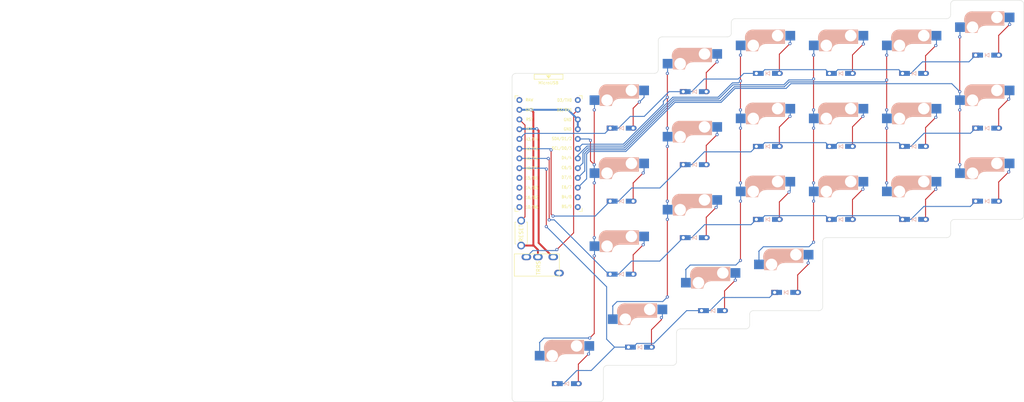
<source format=kicad_pcb>
(kicad_pcb (version 20221018) (generator pcbnew)
  (layers (0 "F.Cu" signal) (31 "B.Cu" signal) (34 "B.Paste" user) (35 "F.Paste" user) (36 "B.SilkS" user "B.Silkscreen") (37 "F.SilkS" user "F.Silkscreen") (38 "B.Mask" user) (39 "F.Mask" user) (44 "Edge.Cuts" user))
  (net 0 "")
  (net 1 "ROW1")
  (net 2 "Net-(D23-A)")
  (net 3 "Net-(D24-A)")
  (net 4 "Net-(D25-A)")
  (net 5 "Net-(D26-A)")
  (net 6 "Net-(D27-A)")
  (net 7 "Net-(D28-A)")
  (net 8 "ROW2")
  (net 9 "Net-(D29-A)")
  (net 10 "Net-(D30-A)")
  (net 11 "Net-(D31-A)")
  (net 12 "Net-(D32-A)")
  (net 13 "Net-(D33-A)")
  (net 14 "Net-(D34-A)")
  (net 15 "ROW3")
  (net 16 "Net-(D35-A)")
  (net 17 "Net-(D36-A)")
  (net 18 "Net-(D37-A)")
  (net 19 "Net-(D38-A)")
  (net 20 "Net-(D39-A)")
  (net 21 "Net-(D40-A)")
  (net 22 "ROW4")
  (net 23 "Net-(D41-A)")
  (net 24 "Net-(D42-A)")
  (net 25 "Net-(D43-A)")
  (net 26 "Net-(D44-A)")
  (net 27 "DATA")
  (net 28 "GND")
  (net 29 "VCC")
  (net 31 "RESET")
  (net 32 "COL1")
  (net 33 "COL2")
  (net 34 "COL3")
  (net 35 "COL4")
  (net 36 "COL5")
  (net 37 "COL6")
  (footprint "kbd:CherryMX_Hotswap" (layer "F.Cu") (at 271.4625 30.95625)
    (fp_text reference "SW28" hide)
    (fp_text value "SW_PUSH" hide)
  )
  (footprint "kbd:CherryMX_Hotswap" (layer "F.Cu") (at 195.2625 59.53125)
    (fp_text reference "SW30" hide)
    (fp_text value "SW_PUSH" hide)
  )
  (footprint "kbd:CherryMX_Hotswap" (layer "F.Cu") (at 271.4625 69.05625)
    (fp_text reference "SW40" hide)
    (fp_text value "SW_PUSH" hide)
  )
  (footprint "kbd:CherryMX_Hotswap" (layer "F.Cu") (at 200.025 97.63125)
    (fp_text reference "SW43" hide)
    (fp_text value "SW_PUSH" hide)
  )
  (footprint "kbd:ProMicro_v3" (layer "F.Cu") (at 157.1625 61.9125)
    (fp_text reference "U1" hide)
    (fp_text value "ProMicro" hide)
  )
  (footprint "kbd:CherryMX_Hotswap" (layer "F.Cu") (at 219.075 92.86875)
    (fp_text reference "SW44" hide)
    (fp_text value "SW_PUSH" hide)
  )
  (footprint "kbd:CherryMX_Hotswap" (layer "F.Cu") (at 252.4125 73.81875)
    (fp_text reference "SW39" hide)
    (fp_text value "SW_PUSH" hide)
  )
  (footprint "kbd:CherryMX_Hotswap" (layer "F.Cu") (at 161.925 116.68125)
    (fp_text reference "SW41" hide)
    (fp_text value "SW_PUSH" hide)
  )
  (footprint "kbd:CherryMX_Hotswap" (layer "F.Cu") (at 176.2125 50.00625)
    (fp_text reference "SW23" hide)
    (fp_text value "SW_PUSH" hide)
  )
  (footprint "kbd:CherryMX_Hotswap" (layer "F.Cu") (at 214.3125 35.71875)
    (fp_text reference "SW25" hide)
    (fp_text value "SW_PUSH" hide)
  )
  (footprint "kbd:CherryMX_Hotswap" (layer "F.Cu") (at 195.2625 78.58125)
    (fp_text reference "SW36" hide)
    (fp_text value "SW_PUSH" hide)
  )
  (footprint "kbd:CherryMX_Hotswap" (layer "F.Cu") (at 233.3625 54.76875)
    (fp_text reference "SW32" hide)
    (fp_text value "SW_PUSH" hide)
  )
  (footprint "kbd:ResetSW_1side" (layer "F.Cu") (at 150.01875 82.153125 90)
    (fp_text reference "RESW1" hide)
    (fp_text value "SW_RESET" hide)
  )
  (footprint "kbd:CherryMX_Hotswap" (layer "F.Cu") (at 233.3625 73.81875)
    (fp_text reference "SW38" hide)
    (fp_text value "SW_PUSH" hide)
  )
  (footprint "kbd:CherryMX_Hotswap" (layer "F.Cu") (at 252.4125 35.71875)
    (fp_text reference "SW27" hide)
    (fp_text value "SW_PUSH" hide)
  )
  (footprint "kbd:CherryMX_Hotswap" (layer "F.Cu") (at 180.975 107.15625)
    (fp_text reference "SW42" hide)
    (fp_text value "SW_PUSH" hide)
  )
  (footprint "kbd:CherryMX_Hotswap" (layer "F.Cu") (at 252.4125 54.76875)
    (fp_text reference "SW33" hide)
    (fp_text value "SW_PUSH" hide)
  )
  (footprint "kbd:MJ-4PP-9_1side" (layer "F.Cu") (at 148.075 90.4875 90)
    (fp_text reference "J1")
    (fp_text value "MJ-4PP-9" hide)
  )
  (footprint "kbd:CherryMX_Hotswap" (layer "F.Cu") (at 214.3125 54.76875)
    (fp_text reference "SW31" hide)
    (fp_text value "SW_PUSH" hide)
  )
  (footprint "kbd:CherryMX_Hotswap" (layer "F.Cu") (at 271.4625 50.00625)
    (fp_text reference "SW34" hide)
    (fp_text value "SW_PUSH" hide)
  )
  (footprint "kbd:CherryMX_Hotswap" (layer "F.Cu") (at 233.3625 35.71875)
    (fp_text reference "SW26" hide)
    (fp_text value "SW_PUSH" hide)
  )
  (footprint "kbd:CherryMX_Hotswap" (layer "F.Cu") (at 176.2125 88.10625)
    (fp_text reference "SW35" hide)
    (fp_text value "SW_PUSH" hide)
  )
  (footprint "kbd:CherryMX_Hotswap" (layer "F.Cu") (at 214.3125 73.81875)
    (fp_text reference "SW37" hide)
    (fp_text value "SW_PUSH" hide)
  )
  (footprint "kbd:CherryMX_Hotswap" (layer "F.Cu") (at 176.2125 69.05625)
    (fp_text reference "SW29" hide)
    (fp_text value "SW_PUSH" hide)
  )
  (footprint "kbd:CherryMX_Hotswap" (layer "F.Cu") (at 195.2625 40.48125)
    (fp_text reference "SW24" hide)
    (fp_text value "SW_PUSH" hide)
  )
  (footprint "kbd:D3_TH_SMD_v2" (layer "B.Cu") (at 176.2125 73.81875)
    (fp_text reference "D29" hide)
    (fp_text value "1N4148W" hide)
  )
  (footprint "kbd:D3_TH_SMD_v2" (layer "B.Cu") (at 214.3125 59.53125)
    (fp_text reference "D31" hide)
    (fp_text value "1N4148W" hide)
  )
  (footprint "kbd:D3_TH_SMD_v2" (layer "B.Cu") (at 233.3625 40.48125)
    (fp_text reference "D26" hide)
    (fp_text value "1N4148W" hide)
  )
  (footprint "kbd:D3_TH_SMD_v2" (layer "B.Cu") (at 271.4625 73.81875)
    (fp_text reference "D40" hide)
    (fp_text value "1N4148W" hide)
  )
  (footprint "kbd:D3_TH_SMD_v2" (layer "B.Cu") (at 214.3125 40.48125)
    (fp_text reference "D25" hide)
    (fp_text value "1N4148W" hide)
  )
  (footprint "kbd:D3_TH_SMD_v2" (layer "B.Cu") (at 214.3125 78.58125)
    (fp_text reference "D37" hide)
    (fp_text value "1N4148W" hide)
  )
  (footprint "kbd:D3_TH_SMD_v2" (layer "B.Cu") (at 233.3625 78.58125)
    (fp_text reference "D38" hide)
    (fp_text value "1N4148W" hide)
  )
  (footprint "kbd:D3_TH_SMD_v2" (layer "B.Cu") (at 161.925 121.44375)
    (fp_text reference "D41" hide)
    (fp_text value "1N4148W" hide)
  )
  (footprint "kbd:D3_TH_SMD_v2" (layer "B.Cu") (at 195.2625 83.34375)
    (fp_text reference "D36" hide)
    (fp_text value "1N4148W" hide)
  )
  (footprint "kbd:D3_TH_SMD_v2" (layer "B.Cu") (at 271.4625 54.76875)
    (fp_text reference "D34" hide)
    (fp_text value "1N4148W" hide)
  )
  (footprint "kbd:D3_TH_SMD_v2" (layer "B.Cu") (at 252.4125 78.58125)
    (fp_text reference "D39" hide)
    (fp_text value "1N4148W" hide)
  )
  (footprint "kbd:D3_TH_SMD_v2" (layer "B.Cu") (at 176.2125 92.86875)
    (fp_text reference "D35" hide)
    (fp_text value "1N4148W" hide)
  )
  (footprint "kbd:D3_TH_SMD_v2" (layer "B.Cu") (at 271.4625 35.71875)
    (fp_text reference "D28" hide)
    (fp_text value "1N4148W" hide)
  )
  (footprint "kbd:D3_TH_SMD_v2" (layer "B.Cu") (at 195.2625 45.24375)
    (fp_text reference "D24" hide)
    (fp_text value "1N4148W" hide)
  )
  (footprint "kbd:D3_TH_SMD_v2" (layer "B.Cu") (at 180.975 111.91875)
    (fp_text reference "D42" hide)
    (fp_text value "1N4148W" hide)
  )
  (footprint "kbd:D3_TH_SMD_v2" (layer "B.Cu") (at 233.3625 59.53125)
    (fp_text reference "D32" hide)
    (fp_text value "1N4148W" hide)
  )
  (footprint "kbd:D3_TH_SMD_v2" (layer "B.Cu") (at 252.4125 59.53125)
    (fp_text reference "D33" hide)
    (fp_text value "1N4148W" hide)
  )
  (footprint "kbd:D3_TH_SMD_v2" (layer "B.Cu") (at 252.4125 40.48125)
    (fp_text reference "D27" hide)
    (fp_text value "1N4148W" hide)
  )
  (footprint "kbd:D3_TH_SMD_v2" (layer "B.Cu") (at 195.2625 64.29375)
    (fp_text reference "D30" hide)
    (fp_text value "1N4148W" hide)
  )
  (footprint "kbd:D3_TH_SMD_v2" (layer "B.Cu") (at 200.025 102.39375)
    (fp_text reference "D43" hide)
    (fp_text value "1N4148W" hide)
  )
  (footprint "kbd:D3_TH_SMD_v2" (layer "B.Cu") (at 176.2125 54.76875)
    (fp_text reference "D23" hide)
    (fp_text value "1N4148W" hide)
  )
  (footprint "kbd:D3_TH_SMD_v2" (layer "B.Cu") (at 219.075 97.63125)
    (fp_text reference "D44" hide)
    (fp_text value "1N4148W" hide)
  )
  (gr_arc (start 280.988085 77.58125) (mid 280.695209 78.288389) (end 279.988085 78.58125) (stroke (width 0.1)) (layer "Edge.Cuts"))
  (gr_line (start 261.938085 79.58125) (end 261.938085 82.34375) (stroke (width 0.1)) (layer "Edge.Cuts"))
  (gr_arc (start 190.500585 115.68125) (mid 190.207709 116.388389) (end 189.500585 116.68125) (stroke (width 0.1)) (layer "Edge.Cuts"))
  (gr_line (start 185.738085 31.95625) (end 185.738085 39.48125) (stroke (width 0.1)) (layer "Edge.Cuts"))
  (gr_line (start 208.550585 107.15625) (end 191.500585 107.15625) (stroke (width 0.1)) (layer "Edge.Cuts"))
  (gr_arc (start 228.600585 101.39375) (mid 228.307674 102.100824) (end 227.600585 102.39375) (stroke (width 0.1)) (layer "Edge.Cuts"))
  (gr_line (start 209.550585 103.39375) (end 209.550585 106.15625) (stroke (width 0.1)) (layer "Edge.Cuts"))
  (gr_line (start 279.988085 78.58125) (end 262.938085 78.58125) (stroke (width 0.1)) (layer "Edge.Cuts"))
  (gr_line (start 260.938085 26.19375) (end 205.788085 26.19375) (stroke (width 0.1)) (layer "Edge.Cuts"))
  (gr_line (start 262.938085 21.43125) (end 279.988085 21.43125) (stroke (width 0.1)) (layer "Edge.Cuts"))
  (gr_arc (start 190.500585 108.15625) (mid 190.793461 107.449111) (end 191.500585 107.15625) (stroke (width 0.1)) (layer "Edge.Cuts"))
  (gr_line (start 190.500585 108.15625) (end 190.500585 115.68125) (stroke (width 0.1)) (layer "Edge.Cuts"))
  (gr_line (start 261.938085 22.43125) (end 261.938085 25.19375) (stroke (width 0.1)) (layer "Edge.Cuts"))
  (gr_arc (start 261.938085 22.43125) (mid 262.230996 21.724176) (end 262.938085 21.43125) (stroke (width 0.1)) (layer "Edge.Cuts"))
  (gr_line (start 204.788085 27.19375) (end 204.788085 29.95625) (stroke (width 0.1)) (layer "Edge.Cuts"))
  (gr_arc (start 148.638085 126.20625) (mid 147.930931 125.913389) (end 147.638085 125.20625) (stroke (width 0.1)) (layer "Edge.Cuts"))
  (gr_line (start 260.938085 83.34375) (end 229.600585 83.34375) (stroke (width 0.1)) (layer "Edge.Cuts"))
  (gr_line (start 171.450585 117.68125) (end 171.450585 125.20625) (stroke (width 0.1)) (layer "Edge.Cuts"))
  (gr_arc (start 209.550585 106.15625) (mid 209.257709 106.863389) (end 208.550585 107.15625) (stroke (width 0.1)) (layer "Edge.Cuts"))
  (gr_line (start 203.788085 30.95625) (end 186.738085 30.95625) (stroke (width 0.1)) (layer "Edge.Cuts"))
  (gr_arc (start 171.450585 117.68125) (mid 171.743461 116.974111) (end 172.450585 116.68125) (stroke (width 0.1)) (layer "Edge.Cuts"))
  (gr_line (start 227.600585 102.39375) (end 210.550585 102.39375) (stroke (width 0.1)) (layer "Edge.Cuts"))
  (gr_arc (start 261.938085 82.34375) (mid 261.645209 83.050889) (end 260.938085 83.34375) (stroke (width 0.1)) (layer "Edge.Cuts"))
  (gr_arc (start 171.450585 125.20625) (mid 171.157709 125.913389) (end 170.450585 126.20625) (stroke (width 0.1)) (layer "Edge.Cuts"))
  (gr_arc (start 209.550585 103.39375) (mid 209.843461 102.686611) (end 210.550585 102.39375) (stroke (width 0.1)) (layer "Edge.Cuts"))
  (gr_line (start 184.738085 40.48125) (end 148.638085 40.48125) (stroke (width 0.1)) (layer "Edge.Cuts"))
  (gr_arc (start 204.788085 29.95625) (mid 204.495209 30.663389) (end 203.788085 30.95625) (stroke (width 0.1)) (layer "Edge.Cuts"))
  (gr_line (start 189.500585 116.68125) (end 172.450585 116.68125) (stroke (width 0.1)) (layer "Edge.Cuts"))
  (gr_arc (start 147.638085 41.48125) (mid 147.930961 40.774111) (end 148.638085 40.48125) (stroke (width 0.1)) (layer "Edge.Cuts"))
  (gr_arc (start 261.938085 25.19375) (mid 261.645209 25.900889) (end 260.938085 26.19375) (stroke (width 0.1)) (layer "Edge.Cuts"))
  (gr_line (start 228.600585 84.34375) (end 228.600585 101.39375) (stroke (width 0.1)) (layer "Edge.Cuts"))
  (gr_arc (start 279.988085 21.43125) (mid 280.695215 21.72412) (end 280.988085 22.43125) (stroke (width 0.1)) (layer "Edge.Cuts"))
  (gr_arc (start 185.738085 39.48125) (mid 185.445174 40.188324) (end 184.738085 40.48125) (stroke (width 0.1)) (layer "Edge.Cuts"))
  (gr_line (start 170.450585 126.20625) (end 148.638085 126.20625) (stroke (width 0.1)) (layer "Edge.Cuts"))
  (gr_line (start 280.988085 22.43125) (end 280.988085 77.58125) (stroke (width 0.1)) (layer "Edge.Cuts"))
  (gr_arc (start 228.600585 84.34375) (mid 228.893461 83.636611) (end 229.600585 83.34375) (stroke (width 0.1)) (layer "Edge.Cuts"))
  (gr_arc (start 261.938085 79.58125) (mid 262.230996 78.874176) (end 262.938085 78.58125) (stroke (width 0.1)) (layer "Edge.Cuts"))
  (gr_arc (start 185.738085 31.95625) (mid 186.030996 31.249176) (end 186.738085 30.95625) (stroke (width 0.1)) (layer "Edge.Cuts"))
  (gr_arc (start 204.788085 27.19375) (mid 205.080961 26.486611) (end 205.788085 26.19375) (stroke (width 0.1)) (layer "Edge.Cuts"))
  (gr_line (start 147.638085 125.20625) (end 147.638085 41.48125) (stroke (width 0.1)) (layer "Edge.Cuts"))
  (segment (start 194.4375 45.24375) (end 197.725 41.95625) (width 0.25) (layer "B.Cu") (net 1))
  (segment (start 229.3875 39.50625) (end 230.3625 40.48125) (width 0.25) (layer "B.Cu") (net 1))
  (segment (start 213.5125 39.50625) (end 229.3875 39.50625) (width 0.25) (layer "B.Cu") (net 1))
  (segment (start 178.45 51.70625) (end 182.093445 51.70625) (width 0.25) (layer "B.Cu") (net 1))
  (segment (start 182.093445 51.70625) (end 188.555945 45.24375) (width 0.25) (layer "B.Cu") (net 1))
  (segment (start 175.3875 54.76875) (end 178.45 51.70625) (width 0.25) (layer "B.Cu") (net 1))
  (segment (start 174.4375 54.76875) (end 175.3875 54.76875) (width 0.25) (layer "B.Cu") (net 1))
  (segment (start 206.575 41.95625) (end 208.05 40.48125) (width 0.25) (layer "B.Cu") (net 1))
  (segment (start 254.6125 37.45625) (end 266.725 37.45625) (width 0.25) (layer "B.Cu") (net 1))
  (segment (start 266.725 37.45625) (end 268.4625 35.71875) (width 0.25) (layer "B.Cu") (net 1))
  (segment (start 197.725 41.95625) (end 206.575 41.95625) (width 0.25) (layer "B.Cu") (net 1))
  (segment (start 171.83975 56.1415) (end 173.2125 54.76875) (width 0.25) (layer "B.Cu") (net 1))
  (segment (start 212.5375 40.48125) (end 213.5125 39.50625) (width 0.25) (layer "B.Cu") (net 1))
  (segment (start 149.5539 57.5945) (end 151.0069 56.1415) (width 0.25) (layer "B.Cu") (net 1))
  (segment (start 151.0069 56.1415) (end 171.83975 56.1415) (width 0.25) (layer "B.Cu") (net 1))
  (segment (start 208.05 40.48125) (end 211.3125 40.48125) (width 0.25) (layer "B.Cu") (net 1))
  (segment (start 251.5875 40.48125) (end 254.6125 37.45625) (width 0.25) (layer "B.Cu") (net 1))
  (segment (start 188.555945 45.24375) (end 192.2625 45.24375) (width 0.25) (layer "B.Cu") (net 1))
  (segment (start 193.4875 45.24375) (end 194.4375 45.24375) (width 0.25) (layer "B.Cu") (net 1))
  (segment (start 248.4375 39.50625) (end 249.4125 40.48125) (width 0.25) (layer "B.Cu") (net 1))
  (segment (start 231.5875 40.48125) (end 232.5625 39.50625) (width 0.25) (layer "B.Cu") (net 1))
  (segment (start 232.5625 39.50625) (end 248.4375 39.50625) (width 0.25) (layer "B.Cu") (net 1))
  (segment (start 250.6375 40.48125) (end 251.5875 40.48125) (width 0.25) (layer "B.Cu") (net 1))
  (segment (start 179.2125 49.56875) (end 179.2125 54.76875) (width 0.25) (layer "F.Cu") (net 2))
  (segment (start 180.825 47.95625) (end 179.2125 49.56875) (width 0.25) (layer "F.Cu") (net 2))
  (via (at 180.825 47.95625) (size 0.8) (drill 0.4) (layers "F.Cu" "B.Cu") (net 2))
  (segment (start 182.0545 46.72675) (end 180.825 47.95625) (width 0.25) (layer "B.Cu") (net 2))
  (segment (start 182.0545 44.92625) (end 182.0545 46.72675) (width 0.25) (layer "B.Cu") (net 2))
  (segment (start 201.075 37.45625) (end 198.2625 40.26875) (width 0.25) (layer "F.Cu") (net 3))
  (segment (start 198.2625 40.26875) (end 198.2625 45.24375) (width 0.25) (layer "F.Cu") (net 3))
  (via (at 201.075 37.45625) (size 0.8) (drill 0.4) (layers "F.Cu" "B.Cu") (net 3))
  (segment (start 201.1045 35.40125) (end 201.1045 37.42675) (width 0.25) (layer "B.Cu") (net 3))
  (segment (start 201.1045 37.42675) (end 201.075 37.45625) (width 0.25) (layer "B.Cu") (net 3))
  (segment (start 220.075 32.70625) (end 217.3125 35.46875) (width 0.25) (layer "F.Cu") (net 4))
  (segment (start 217.3125 35.46875) (end 217.3125 40.48125) (width 0.25) (layer "F.Cu") (net 4))
  (via (at 220.075 32.70625) (size 0.8) (drill 0.4) (layers "F.Cu" "B.Cu") (net 4))
  (segment (start 220.1545 32.62675) (end 220.075 32.70625) (width 0.25) (layer "B.Cu") (net 4))
  (segment (start 220.1545 30.63875) (end 220.1545 32.62675) (width 0.25) (layer "B.Cu") (net 4))
  (segment (start 236.3625 35.66875) (end 236.3625 40.48125) (width 0.25) (layer "F.Cu") (net 5))
  (segment (start 239.2 32.83125) (end 236.3625 35.66875) (width 0.25) (layer "F.Cu") (net 5))
  (via (at 239.2 32.83125) (size 0.8) (drill 0.4) (layers "F.Cu" "B.Cu") (net 5))
  (segment (start 239.2 32.83125) (end 239.2045 32.82675) (width 0.25) (layer "B.Cu") (net 5))
  (segment (start 239.2045 32.82675) (end 239.2045 30.63875) (width 0.25) (layer "B.Cu") (net 5))
  (segment (start 255.4125 35.86875) (end 255.4125 40.48125) (width 0.25) (layer "F.Cu") (net 6))
  (segment (start 258.075 33.20625) (end 255.4125 35.86875) (width 0.25) (layer "F.Cu") (net 6))
  (via (at 258.075 33.20625) (size 0.8) (drill 0.4) (layers "F.Cu" "B.Cu") (net 6))
  (segment (start 258.2545 30.63875) (end 258.2545 33.02675) (width 0.25) (layer "B.Cu") (net 6))
  (segment (start 258.2545 33.02675) (end 258.075 33.20625) (width 0.25) (layer "B.Cu") (net 6))
  (segment (start 274.4625 30.56875) (end 274.4625 35.71875) (width 0.25) (layer "F.Cu") (net 7))
  (segment (start 277.325 27.70625) (end 274.4625 30.56875) (width 0.25) (layer "F.Cu") (net 7))
  (via (at 277.325 27.70625) (size 0.8) (drill 0.4) (layers "F.Cu" "B.Cu") (net 7))
  (segment (start 277.3045 27.68575) (end 277.325 27.70625) (width 0.25) (layer "B.Cu") (net 7))
  (segment (start 277.3045 25.87625) (end 277.3045 27.68575) (width 0.25) (layer "B.Cu") (net 7))
  (segment (start 157.825 60.45625) (end 157.825 77.20625) (width 0.25) (layer "F.Cu") (net 8))
  (segment (start 157.825 77.20625) (end 158.325 77.70625) (width 0.25) (layer "F.Cu") (net 8))
  (via (at 157.825 60.45625) (size 0.8) (drill 0.4) (layers "F.Cu" "B.Cu") (net 8))
  (via (at 158.325 77.70625) (size 0.8) (drill 0.4) (layers "F.Cu" "B.Cu") (net 8))
  (segment (start 248.4375 58.55625) (end 249.4125 59.53125) (width 0.25) (layer "B.Cu") (net 8))
  (segment (start 267.1375 56.09375) (end 268.4625 54.76875) (width 0.25) (layer "B.Cu") (net 8))
  (segment (start 250.6375 59.53125) (end 251.5875 59.53125) (width 0.25) (layer "B.Cu") (net 8))
  (segment (start 149.5539 60.1345) (end 157.50325 60.1345) (width 0.25) (layer "B.Cu") (net 8))
  (segment (start 209.8875 60.95625) (end 211.3125 59.53125) (width 0.25) (layer "B.Cu") (net 8))
  (segment (start 193.4875 64.29375) (end 194.4375 64.29375) (width 0.25) (layer "B.Cu") (net 8))
  (segment (start 158.325 77.70625) (end 169.325 77.70625) (width 0.25) (layer "B.Cu") (net 8))
  (segment (start 212.5375 59.53125) (end 213.5125 58.55625) (width 0.25) (layer "B.Cu") (net 8))
  (segment (start 194.4375 64.29375) (end 197.775 60.95625) (width 0.25) (layer "B.Cu") (net 8))
  (segment (start 251.5875 59.53125) (end 255.025 56.09375) (width 0.25) (layer "B.Cu") (net 8))
  (segment (start 232.5625 58.55625) (end 248.4375 58.55625) (width 0.25) (layer "B.Cu") (net 8))
  (segment (start 197.775 60.95625) (end 209.8875 60.95625) (width 0.25) (layer "B.Cu") (net 8))
  (segment (start 175.3875 73.81875) (end 178.825 70.38125) (width 0.25) (layer "B.Cu") (net 8))
  (segment (start 157.50325 60.1345) (end 157.825 60.45625) (width 0.25) (layer "B.Cu") (net 8))
  (segment (start 178.825 70.38125) (end 186.175 70.38125) (width 0.25) (layer "B.Cu") (net 8))
  (segment (start 169.325 77.70625) (end 173.2125 73.81875) (width 0.25) (layer "B.Cu") (net 8))
  (segment (start 174.4375 73.81875) (end 175.3875 73.81875) (width 0.25) (layer "B.Cu") (net 8))
  (segment (start 255.025 56.09375) (end 267.1375 56.09375) (width 0.25) (layer "B.Cu") (net 8))
  (segment (start 231.5875 59.53125) (end 232.5625 58.55625) (width 0.25) (layer "B.Cu") (net 8))
  (segment (start 213.5125 58.55625) (end 229.3875 58.55625) (width 0.25) (layer "B.Cu") (net 8))
  (segment (start 186.175 70.38125) (end 192.2625 64.29375) (width 0.25) (layer "B.Cu") (net 8))
  (segment (start 229.3875 58.55625) (end 230.3625 59.53125) (width 0.25) (layer "B.Cu") (net 8))
  (segment (start 179.2125 69.06875) (end 179.2125 73.81875) (width 0.25) (layer "F.Cu") (net 9))
  (segment (start 181.825 66.45625) (end 179.2125 69.06875) (width 0.25) (layer "F.Cu") (net 9))
  (via (at 181.825 66.45625) (size 0.8) (drill 0.4) (layers "F.Cu" "B.Cu") (net 9))
  (segment (start 182.0545 63.97625) (end 182.0545 66.22675) (width 0.25) (layer "B.Cu") (net 9))
  (segment (start 182.0545 66.22675) (end 181.825 66.45625) (width 0.25) (layer "B.Cu") (net 9))
  (segment (start 198.2625 59.26875) (end 198.2625 64.29375) (width 0.25) (layer "F.Cu") (net 10))
  (segment (start 201.075 56.45625) (end 198.2625 59.26875) (width 0.25) (layer "F.Cu") (net 10))
  (via (at 201.075 56.45625) (size 0.8) (drill 0.4) (layers "F.Cu" "B.Cu") (net 10))
  (segment (start 201.1045 56.42675) (end 201.075 56.45625) (width 0.25) (layer "B.Cu") (net 10))
  (segment (start 201.1045 54.45125) (end 201.1045 56.42675) (width 0.25) (layer "B.Cu") (net 10))
  (segment (start 220.075 51.70625) (end 217.3125 54.46875) (width 0.25) (layer "F.Cu") (net 11))
  (segment (start 217.3125 54.46875) (end 217.3125 59.53125) (width 0.25) (layer "F.Cu") (net 11))
  (via (at 220.075 51.70625) (size 0.8) (drill 0.4) (layers "F.Cu" "B.Cu") (net 11))
  (segment (start 220.1545 51.62675) (end 220.075 51.70625) (width 0.25) (layer "B.Cu") (net 11))
  (segment (start 220.1545 49.68875) (end 220.1545 51.62675) (width 0.25) (layer "B.Cu") (net 11))
  (segment (start 236.3625 54.41875) (end 236.3625 59.53125) (width 0.25) (layer "F.Cu") (net 12))
  (segment (start 239.075 51.70625) (end 236.3625 54.41875) (width 0.25) (layer "F.Cu") (net 12))
  (via (at 239.075 51.70625) (size 0.8) (drill 0.4) (layers "F.Cu" "B.Cu") (net 12))
  (segment (start 239.2045 51.57675) (end 239.075 51.70625) (width 0.25) (layer "B.Cu") (net 12))
  (segment (start 239.2045 49.68875) (end 239.2045 51.57675) (width 0.25) (layer "B.Cu") (net 12))
  (segment (start 255.4125 54.61875) (end 255.4125 59.53125) (width 0.25) (layer "F.Cu") (net 13))
  (segment (start 258.075 51.95625) (end 255.4125 54.61875) (width 0.25) (layer "F.Cu") (net 13))
  (via (at 258.075 51.95625) (size 0.8) (drill 0.4) (layers "F.Cu" "B.Cu") (net 13))
  (segment (start 258.2545 51.77675) (end 258.075 51.95625) (width 0.25) (layer "B.Cu") (net 13))
  (segment (start 258.2545 49.68875) (end 258.2545 51.77675) (width 0.25) (layer "B.Cu") (net 13))
  (segment (start 277.075 47.20625) (end 274.4625 49.81875) (width 0.25) (layer "F.Cu") (net 14))
  (segment (start 274.4625 49.81875) (end 274.4625 54.76875) (width 0.25) (layer "F.Cu") (net 14))
  (via (at 277.075 47.20625) (size 0.8) (drill 0.4) (layers "F.Cu" "B.Cu") (net 14))
  (segment (start 277.3045 46.97675) (end 277.075 47.20625) (width 0.25) (layer "B.Cu") (net 14))
  (segment (start 277.3045 44.92625) (end 277.3045 46.97675) (width 0.25) (layer "B.Cu") (net 14))
  (segment (start 157.325 62.93075) (end 157.325 78.70625) (width 0.25) (layer "F.Cu") (net 15))
  (segment (start 157.1005 62.70625) (end 157.325 62.93075) (width 0.25) (layer "F.Cu") (net 15))
  (via (at 157.325 78.70625) (size 0.8) (drill 0.4) (layers "F.Cu" "B.Cu") (net 15))
  (via (at 157.1005 62.70625) (size 0.8) (drill 0.4) (layers "F.Cu" "B.Cu") (net 15))
  (segment (start 250.6375 78.58125) (end 251.5875 78.58125) (width 0.25) (layer "B.Cu") (net 15))
  (segment (start 157.06875 62.6745) (end 149.5539 62.6745) (width 0.25) (layer "B.Cu") (net 15))
  (segment (start 175.3875 92.86875) (end 178.8 89.45625) (width 0.25) (layer "B.Cu") (net 15))
  (segment (start 254.9625 75.20625) (end 267.075 75.20625) (width 0.25) (layer "B.Cu") (net 15))
  (segment (start 232.5625 77.60625) (end 248.4375 77.60625) (width 0.25) (layer "B.Cu") (net 15))
  (segment (start 229.3875 77.60625) (end 230.3625 78.58125) (width 0.25) (layer "B.Cu") (net 15))
  (segment (start 172.805945 92.86875) (end 173.2125 92.86875) (width 0.25) (layer "B.Cu") (net 15))
  (segment (start 157.325 78.70625) (end 158.643445 78.70625) (width 0.25) (layer "B.Cu") (net 15))
  (segment (start 157.1005 62.70625) (end 157.06875 62.6745) (width 0.25) (layer "B.Cu") (net 15))
  (segment (start 251.5875 78.58125) (end 254.9625 75.20625) (width 0.25) (layer "B.Cu") (net 15))
  (segment (start 212.5375 78.58125) (end 213.5125 77.60625) (width 0.25) (layer "B.Cu") (net 15))
  (segment (start 186.15 89.45625) (end 192.2625 83.34375) (width 0.25) (layer "B.Cu") (net 15))
  (segment (start 178.8 89.45625) (end 186.15 89.45625) (width 0.25) (layer "B.Cu") (net 15))
  (segment (start 209.9375 79.95625) (end 211.3125 78.58125) (width 0.25) (layer "B.Cu") (net 15))
  (segment (start 213.5125 77.60625) (end 229.3875 77.60625) (width 0.25) (layer "B.Cu") (net 15))
  (segment (start 248.4375 77.60625) (end 249.4125 78.58125) (width 0.25) (layer "B.Cu") (net 15))
  (segment (start 197.825 79.95625) (end 209.9375 79.95625) (width 0.25) (layer "B.Cu") (net 15))
  (segment (start 267.075 75.20625) (end 268.4625 73.81875) (width 0.25) (layer "B.Cu") (net 15))
  (segment (start 193.4875 83.34375) (end 194.4375 83.34375) (width 0.25) (layer "B.Cu") (net 15))
  (segment (start 174.4375 92.86875) (end 175.3875 92.86875) (width 0.25) (layer "B.Cu") (net 15))
  (segment (start 231.5875 78.58125) (end 232.5625 77.60625) (width 0.25) (layer "B.Cu") (net 15))
  (segment (start 158.643445 78.70625) (end 172.805945 92.86875) (width 0.25) (layer "B.Cu") (net 15))
  (segment (start 194.4375 83.34375) (end 197.825 79.95625) (width 0.25) (layer "B.Cu") (net 15))
  (segment (start 181.825 85.20625) (end 179.2125 87.81875) (width 0.25) (layer "F.Cu") (net 16))
  (segment (start 179.2125 87.81875) (end 179.2125 92.86875) (width 0.25) (layer "F.Cu") (net 16))
  (via (at 181.825 85.20625) (size 0.8) (drill 0.4) (layers "F.Cu" "B.Cu") (net 16))
  (segment (start 182.0545 84.97675) (end 181.825 85.20625) (width 0.25) (layer "B.Cu") (net 16))
  (segment (start 182.0545 83.02625) (end 182.0545 84.97675) (width 0.25) (layer "B.Cu") (net 16))
  (segment (start 198.2625 78.01875) (end 198.2625 83.34375) (width 0.25) (layer "F.Cu") (net 17))
  (segment (start 200.825 75.45625) (end 198.2625 78.01875) (width 0.25) (layer "F.Cu") (net 17))
  (via (at 200.825 75.45625) (size 0.8) (drill 0.4) (layers "F.Cu" "B.Cu") (net 17))
  (segment (start 201.1045 73.50125) (end 201.1045 75.17675) (width 0.25) (layer "B.Cu") (net 17))
  (segment (start 201.1045 75.17675) (end 200.825 75.45625) (width 0.25) (layer "B.Cu") (net 17))
  (segment (start 217.3125 74.024917) (end 217.3125 78.58125) (width 0.25) (layer "F.Cu") (net 18))
  (segment (start 219.825 71.45625) (end 219.825 71.512417) (width 0.25) (layer "F.Cu") (net 18))
  (segment (start 219.825 71.512417) (end 217.3125 74.024917) (width 0.25) (layer "F.Cu") (net 18))
  (via (at 219.825 71.45625) (size 0.8) (drill 0.4) (layers "F.Cu" "B.Cu") (net 18))
  (segment (start 220.1545 71.12675) (end 219.825 71.45625) (width 0.25) (layer "B.Cu") (net 18))
  (segment (start 220.1545 68.73875) (end 220.1545 71.12675) (width 0.25) (layer "B.Cu") (net 18))
  (segment (start 236.3625 73.41875) (end 236.3625 78.58125) (width 0.25) (layer "F.Cu") (net 19))
  (segment (start 239.075 70.70625) (end 236.3625 73.41875) (width 0.25) (layer "F.Cu") (net 19))
  (via (at 239.075 70.70625) (size 0.8) (drill 0.4) (layers "F.Cu" "B.Cu") (net 19))
  (segment (start 239.2045 70.57675) (end 239.075 70.70625) (width 0.25) (layer "B.Cu") (net 19))
  (segment (start 239.2045 68.73875) (end 239.2045 70.57675) (width 0.25) (layer "B.Cu") (net 19))
  (segment (start 258.075 70.70625) (end 255.4125 73.36875) (width 0.25) (layer "F.Cu") (net 20))
  (segment (start 255.4125 73.36875) (end 255.4125 78.58125) (width 0.25) (layer "F.Cu") (net 20))
  (via (at 258.075 70.70625) (size 0.8) (drill 0.4) (layers "F.Cu" "B.Cu") (net 20))
  (segment (start 258.2545 68.73875) (end 258.2545 70.52675) (width 0.25) (layer "B.Cu") (net 20))
  (segment (start 258.2545 70.52675) (end 258.075 70.70625) (width 0.25) (layer "B.Cu") (net 20))
  (segment (start 274.4625 68.81875) (end 274.4625 73.81875) (width 0.25) (layer "F.Cu") (net 21))
  (segment (start 277.075 66.20625) (end 274.4625 68.81875) (width 0.25) (layer "F.Cu") (net 21))
  (via (at 277.075 66.20625) (size 0.8) (drill 0.4) (layers "F.Cu" "B.Cu") (net 21))
  (segment (start 277.3045 65.97675) (end 277.075 66.20625) (width 0.25) (layer "B.Cu") (net 21))
  (segment (start 277.3045 63.97625) (end 277.3045 65.97675) (width 0.25) (layer "B.Cu") (net 21))
  (segment (start 156.575 65.48175) (end 156.6005 65.45625) (width 0.25) (layer "F.Cu") (net 22))
  (segment (start 156.575 80.45625) (end 156.575 65.48175) (width 0.25) (layer "F.Cu") (net 22))
  (via (at 156.575 80.45625) (size 0.8) (drill 0.4) (layers "F.Cu" "B.Cu") (net 22))
  (via (at 156.6005 65.45625) (size 0.8) (drill 0.4) (layers "F.Cu" "B.Cu") (net 22))
  (segment (start 164.5375 118.00625) (end 168.275 118.00625) (width 0.25) (layer "B.Cu") (net 22))
  (segment (start 202.6375 98.95625) (end 214.75 98.95625) (width 0.25) (layer "B.Cu") (net 22))
  (segment (start 199.2 102.39375) (end 202.6375 98.95625) (width 0.25) (layer "B.Cu") (net 22))
  (segment (start 161.1 121.44375) (end 164.5375 118.00625) (width 0.25) (layer "B.Cu") (net 22))
  (segment (start 193.1375 102.39375) (end 197.025 102.39375) (width 0.25) (layer "B.Cu") (net 22))
  (segment (start 156.35875 65.2145) (end 149.5539 65.2145) (width 0.25) (layer "B.Cu") (net 22))
  (segment (start 184.5875 110.94375) (end 193.1375 102.39375) (width 0.25) (layer "B.Cu") (net 22))
  (segment (start 179.2 111.91875) (end 180.175 110.94375) (width 0.25) (layer "B.Cu") (net 22))
  (segment (start 160.15 121.44375) (end 161.1 121.44375) (width 0.25) (layer "B.Cu") (net 22))
  (segment (start 214.75 98.95625) (end 216.075 97.63125) (width 0.25) (layer "B.Cu") (net 22))
  (segment (start 198.25 102.39375) (end 199.2 102.39375) (width 0.25) (layer "B.Cu") (net 22))
  (segment (start 174.3625 111.91875) (end 177.975 111.91875) (width 0.25) (layer "B.Cu") (net 22))
  (segment (start 172.29 109.84625) (end 174.3625 111.91875) (width 0.25) (layer "B.Cu") (net 22))
  (segment (start 172.29 96.17125) (end 172.29 109.84625) (width 0.25) (layer "B.Cu") (net 22))
  (segment (start 156.6005 65.45625) (end 156.35875 65.2145) (width 0.25) (layer "B.Cu") (net 22))
  (segment (start 168.275 118.00625) (end 174.3625 111.91875) (width 0.25) (layer "B.Cu") (net 22))
  (segment (start 180.175 110.94375) (end 184.5875 110.94375) (width 0.25) (layer "B.Cu") (net 22))
  (segment (start 156.575 80.45625) (end 172.29 96.17125) (width 0.25) (layer "B.Cu") (net 22))
  (segment (start 167.575 113.70625) (end 164.925 116.35625) (width 0.25) (layer "F.Cu") (net 23))
  (segment (start 164.925 116.35625) (end 164.925 121.44375) (width 0.25) (layer "F.Cu") (net 23))
  (via (at 167.575 113.70625) (size 0.8) (drill 0.4) (layers "F.Cu" "B.Cu") (net 23))
  (segment (start 167.767 113.51425) (end 167.575 113.70625) (width 0.25) (layer "B.Cu") (net 23))
  (segment (start 167.767 111.60125) (end 167.767 113.51425) (width 0.25) (layer "B.Cu") (net 23))
  (segment (start 183.975 107.362417) (end 183.975 111.91875) (width 0.25) (layer "F.Cu") (net 24))
  (segment (start 186.575 104.20625) (end 186.575 104.762417) (width 0.25) (layer "F.Cu") (net 24))
  (segment (start 186.575 104.762417) (end 183.975 107.362417) (width 0.25) (layer "F.Cu") (net 24))
  (via (at 186.575 104.20625) (size 0.8) (drill 0.4) (layers "F.Cu" "B.Cu") (net 24))
  (segment (start 186.817 103.96425) (end 186.575 104.20625) (width 0.25) (layer "B.Cu") (net 24))
  (segment (start 186.817 102.07625) (end 186.817 103.96425) (width 0.25) (layer "B.Cu") (net 24))
  (segment (start 205.825 94.45625) (end 203.025 97.25625) (width 0.25) (layer "F.Cu") (net 25))
  (segment (start 203.025 97.25625) (end 203.025 102.39375) (width 0.25) (layer "F.Cu") (net 25))
  (via (at 205.825 94.45625) (size 0.8) (drill 0.4) (layers "F.Cu" "B.Cu") (net 25))
  (segment (start 205.867 94.41425) (end 205.825 94.45625) (width 0.25) (layer "B.Cu") (net 25))
  (segment (start 205.867 92.55125) (end 205.867 94.41425) (width 0.25) (layer "B.Cu") (net 25))
  (segment (start 224.825 89.95625) (end 224.825 90.324917) (width 0.25) (layer "F.Cu") (net 26))
  (segment (start 224.825 90.324917) (end 222.075 93.074917) (width 0.25) (layer "F.Cu") (net 26))
  (segment (start 222.075 93.074917) (end 222.075 97.63125) (width 0.25) (layer "F.Cu") (net 26))
  (via (at 224.825 89.95625) (size 0.8) (drill 0.4) (layers "F.Cu" "B.Cu") (net 26))
  (segment (start 224.917 89.86425) (end 224.825 89.95625) (width 0.25) (layer "B.Cu") (net 26))
  (segment (start 224.917 87.78875) (end 224.917 89.86425) (width 0.25) (layer "B.Cu") (net 26))
  (segment (start 159.325 86.45625) (end 163.6869 82.09435) (width 0.25) (layer "F.Cu") (net 27))
  (segment (start 163.6869 51.0615) (end 164.7739 49.9745) (width 0.25) (layer "F.Cu") (net 27))
  (segment (start 163.6869 82.09435) (end 163.6869 51.0615) (width 0.25) (layer "F.Cu") (net 27))
  (via (at 159.325 86.45625) (size 0.8) (drill 0.4) (layers "F.Cu" "B.Cu") (net 27))
  (segment (start 153.05625 86.70625) (end 159.075 86.70625) (width 0.25) (layer "B.Cu") (net 27))
  (segment (start 159.075 86.70625) (end 159.325 86.45625) (width 0.25) (layer "B.Cu") (net 27))
  (segment (start 151.375 88.3875) (end 153.05625 86.70625) (width 0.25) (layer "B.Cu") (net 27))
  (segment (start 153.194335 85.20625) (end 153.194335 85.325585) (width 0.5) (layer "F.Cu") (net 28))
  (segment (start 152.99746 85.403125) (end 153.194335 85.20625) (width 0.5) (layer "F.Cu") (net 28))
  (segment (start 153.194335 50.593835) (end 152.575 49.9745) (width 0.5) (layer "F.Cu") (net 28))
  (segment (start 150.01875 85.403125) (end 152.99746 85.403125) (width 0.5) (layer "F.Cu") (net 28))
  (segment (start 153.194335 85.20625) (end 153.194335 50.593835) (width 0.5) (layer "F.Cu") (net 28))
  (segment (start 153.194335 85.325585) (end 154.375 86.50625) (width 0.5) (layer "F.Cu") (net 28))
  (segment (start 154.375 86.50625) (end 154.375 88.3875) (width 0.5) (layer "F.Cu") (net 28))
  (via (at 152.575 49.9745) (size 0.8) (drill 0.4) (layers "F.Cu" "B.Cu") (net 28))
  (segment (start 152.575 49.9745) (end 162.2339 49.9745) (width 0.5) (layer "B.Cu") (net 28))
  (segment (start 162.2339 49.9745) (end 164.7739 52.5145) (width 0.5) (layer "B.Cu") (net 28))
  (segment (start 149.5539 49.9745) (end 152.575 49.9745) (width 0.5) (layer "B.Cu") (net 28))
  (segment (start 164.7739 52.5145) (end 164.7739 55.0545) (width 0.5) (layer "B.Cu") (net 28))
  (segment (start 158.25625 88.3875) (end 158.375 88.3875) (width 0.5) (layer "F.Cu") (net 29))
  (segment (start 154.575 84.70625) (end 158.25625 88.3875) (width 0.5) (layer "F.Cu") (net 29))
  (segment (start 154.575 55.45625) (end 154.575 84.70625) (width 0.5) (layer "F.Cu") (net 29))
  (segment (start 154.075 54.95625) (end 154.575 55.45625) (width 0.5) (layer "F.Cu") (net 29))
  (via (at 154.075 54.95625) (size 0.8) (drill 0.4) (layers "F.Cu" "B.Cu") (net 29))
  (segment (start 154.075 54.95625) (end 149.65215 54.95625) (width 0.5) (layer "B.Cu") (net 29))
  (segment (start 149.65215 54.95625) (end 149.5539 55.0545) (width 0.5) (layer "B.Cu") (net 29))
  (segment (start 151.01875 53.97935) (end 151.01875 77.903125) (width 0.25) (layer "F.Cu") (net 31))
  (segment (start 149.5539 52.5145) (end 151.01875 53.97935) (width 0.25) (layer "F.Cu") (net 31))
  (segment (start 151.01875 77.903125) (end 150.01875 78.903125) (width 0.25) (layer "F.Cu") (net 31))
  (segment (start 169.06875 50.00625) (end 169.06875 64.29375) (width 0.25) (layer "F.Cu") (net 32))
  (segment (start 169.06875 88.10625) (end 169.06875 108.346875) (width 0.25) (layer "F.Cu") (net 32))
  (segment (start 169.06875 69.05625) (end 169.06875 83.34375) (width 0.25) (layer "F.Cu") (net 32))
  (segment (start 169.06875 108.346875) (end 167.878125 109.5375) (width 0.25) (layer "F.Cu") (net 32))
  (segment (start 168.075 63.3) (end 169.06875 64.29375) (width 0.25) (layer "F.Cu") (net 32))
  (segment (start 168.075 57.95625) (end 168.075 63.3) (width 0.25) (layer "F.Cu") (net 32))
  (via (at 167.878125 109.5375) (size 0.8) (drill 0.4) (layers "F.Cu" "B.Cu") (net 32))
  (via (at 169.06875 88.10625) (size 0.8) (drill 0.4) (layers "F.Cu" "B.Cu") (net 32))
  (via (at 169.06875 69.05625) (size 0.8) (drill 0.4) (layers "F.Cu" "B.Cu") (net 32))
  (via (at 169.06875 83.34375) (size 0.8) (drill 0.4) (layers "F.Cu" "B.Cu") (net 32))
  (via (at 169.06875 64.29375) (size 0.8) (drill 0.4) (layers "F.Cu" "B.Cu") (net 32))
  (via (at 169.06875 50.00625) (size 0.8) (drill 0.4) (layers "F.Cu" "B.Cu") (net 32))
  (via (at 168.075 57.95625) (size 0.8) (drill 0.4) (layers "F.Cu" "B.Cu") (net 32))
  (segment (start 168.075 57.95625) (end 167.71325 57.5945) (width 0.25) (layer "B.Cu") (net 32))
  (segment (start 169.06875 83.34375) (end 169.06875 85.5075) (width 0.25) (layer "B.Cu") (net 32))
  (segment (start 169.1275 88.0475) (end 169.06875 88.10625) (width 0.25) (layer "B.Cu") (net 32))
  (segment (start 169.1275 49.9475) (end 169.06875 50.00625) (width 0.25) (layer "B.Cu") (net 32))
  (segment (start 169.06875 85.5075) (end 169.1275 85.56625) (width 0.25) (layer "B.Cu") (net 32))
  (segment (start 169.06875 66.4575) (end 169.1275 66.51625) (width 0.25) (layer "B.Cu") (net 32))
  (segment (start 169.1275 66.51625) (end 169.1275 68.9975) (width 0.25) (layer "B.Cu") (net 32))
  (segment (start 167.71325 57.5945) (end 164.7739 57.5945) (width 0.25) (layer "B.Cu") (net 32))
  (segment (start 154.78125 110.728125) (end 154.84 110.786875) (width 0.25) (layer "B.Cu") (net 32))
  (segment (start 169.1275 85.56625) (end 169.1275 88.0475) (width 0.25) (layer "B.Cu") (net 32))
  (segment (start 167.878125 109.5375) (end 155.971875 109.5375) (width 0.25) (layer "B.Cu") (net 32))
  (segment (start 169.06875 64.29375) (end 169.06875 66.4575) (width 0.25) (layer "B.Cu") (net 32))
  (segment (start 154.84 110.786875) (end 154.84 114.14125) (width 0.25) (layer "B.Cu") (net 32))
  (segment (start 155.971875 109.5375) (end 154.78125 110.728125) (width 0.25) (layer "B.Cu") (net 32))
  (segment (start 169.1275 68.9975) (end 169.06875 69.05625) (width 0.25) (layer "B.Cu") (net 32))
  (segment (start 169.1275 47.46625) (end 169.1275 49.9475) (width 0.25) (layer "B.Cu") (net 32))
  (segment (start 188.11875 47.20625) (end 188.11875 40.48125) (width 0.25) (layer "F.Cu") (net 33))
  (segment (start 188.11875 59.53125) (end 188.11875 73.81875) (width 0.25) (layer "F.Cu") (net 33))
  (segment (start 188.11875 54.76875) (end 188.11875 47.20625) (width 0.25) (layer "F.Cu") (net 33))
  (segment (start 188.11875 78.58125) (end 188.11875 98.821875) (width 0.25) (layer "F.Cu") (net 33))
  (via (at 188.11875 98.821875) (size 0.8) (drill 0.4) (layers "F.Cu" "B.Cu") (net 33))
  (via (at 188.11875 54.76875) (size 0.8) (drill 0.4) (layers "F.Cu" "B.Cu") (net 33))
  (via (at 188.11875 59.53125) (size 0.8) (drill 0.4) (layers "F.Cu" "B.Cu") (net 33))
  (via (at 188.11875 46.70625) (size 0.8) (drill 0.4) (layers "F.Cu" "B.Cu") (net 33))
  (via (at 188.11875 40.48125) (size 0.8) (drill 0.4) (layers "F.Cu" "B.Cu") (net 33))
  (via (at 188.11875 73.81875) (size 0.8) (drill 0.4) (layers "F.Cu" "B.Cu") (net 33))
  (via (at 188.11875 78.58125) (size 0.8) (drill 0.4) (layers "F.Cu" "B.Cu") (net 33))
  (segment (start 188.11875 56.9325) (end 188.1775 56.99125) (width 0.25) (layer "B.Cu") (net 33))
  (segment (start 186.928125 100.0125) (end 175.021875 100.0125) (width 0.25) (layer "B.Cu") (net 33))
  (segment (start 188.11875 75.9825) (end 188.1775 76.04125) (width 0.25) (layer "B.Cu") (net 33))
  (segment (start 188.1775 76.04125) (end 188.1775 78.5225) (width 0.25) (layer "B.Cu") (net 33))
  (segment (start 187.075 47.75) (end 188.11875 46.70625) (width 0.25) (layer "B.Cu") (net 33))
  (segment (start 188.11875 98.821875) (end 186.928125 100.0125) (width 0.25) (layer "B.Cu") (net 33))
  (segment (start 188.1775 78.5225) (end 188.11875 78.58125) (width 0.25) (layer "B.Cu") (net 33))
  (segment (start 173.89 101.261875) (end 173.89 104.61625) (width 0.25) (layer "B.Cu") (net 33))
  (segment (start 175.021875 100.0125) (end 173.83125 101.203125) (width 0.25) (layer "B.Cu") (net 33))
  (segment (start 164.7739 60.1345) (end 165.95215 58.95625) (width 0.25) (layer "B.Cu") (net 33))
  (segment (start 187.075 48.524108) (end 187.075 47.75) (width 0.25) (layer "B.Cu") (net 33))
  (segment (start 188.11875 73.81875) (end 188.11875 75.9825) (width 0.25) (layer "B.Cu") (net 33))
  (segment (start 176.642858 58.95625) (end 187.075 48.524108) (width 0.25) (layer "B.Cu") (net 33))
  (segment (start 188.11875 54.76875) (end 188.11875 56.9325) (width 0.25) (layer "B.Cu") (net 33))
  (segment (start 188.1775 40.4225) (end 188.11875 40.48125) (width 0.25) (layer "B.Cu") (net 33))
  (segment (start 188.1775 37.94125) (end 188.1775 40.4225) (width 0.25) (layer "B.Cu") (net 33))
  (segment (start 188.1775 56.99125) (end 188.1775 59.4725) (width 0.25) (layer "B.Cu") (net 33))
  (segment (start 165.95215 58.95625) (end 176.642858 58.95625) (width 0.25) (layer "B.Cu") (net 33))
  (segment (start 173.83125 101.203125) (end 173.89 101.261875) (width 0.25) (layer "B.Cu") (net 33))
  (segment (start 188.1775 59.4725) (end 188.11875 59.53125) (width 0.25) (layer "B.Cu") (net 33))
  (segment (start 207.16875 73.81875) (end 207.16875 89.296875) (width 0.25) (layer "F.Cu") (net 34))
  (segment (start 207.16875 54.76875) (end 207.16875 69.05625) (width 0.25) (layer "F.Cu") (net 34))
  (segment (start 207.16875 35.71875) (end 207.16875 42.45625) (width 0.25) (layer "F.Cu") (net 34))
  (segment (start 207.16875 42.45625) (end 207.16875 50.00625) (width 0.25) (layer "F.Cu") (net 34))
  (via (at 207.16875 42.45625) (size 0.8) (drill 0.4) (layers "F.Cu" "B.Cu") (net 34))
  (via (at 207.16875 54.76875) (size 0.8) (drill 0.4) (layers "F.Cu" "B.Cu") (net 34))
  (via (at 207.16875 50.00625) (size 0.8) (drill 0.4) (layers "F.Cu" "B.Cu") (net 34))
  (via (at 207.16875 73.81875) (size 0.8) (drill 0.4) (layers "F.Cu" "B.Cu") (net 34))
  (via (at 207.16875 69.05625) (size 0.8) (drill 0.4) (layers "F.Cu" "B.Cu") (net 34))
  (via (at 207.16875 89.296875) (size 0.8) (drill 0.4) (layers "F.Cu" "B.Cu") (net 34))
  (via (at 207.16875 35.71875) (size 0.8) (drill 0.4) (layers "F.Cu" "B.Cu") (net 34))
  (segment (start 192.94 91.736875) (end 192.94 95.09125) (width 0.25) (layer "B.Cu") (net 34))
  (segment (start 205.978125 90.4875) (end 194.071875 90.4875) (width 0.25) (layer "B.Cu") (net 34))
  (segment (start 207.2275 52.22875) (end 207.2275 54.71) (width 0.25) (layer "B.Cu") (net 34))
  (segment (start 205.075 42.95625) (end 201.325 46.70625) (width 0.25) (layer "B.Cu") (net 34))
  (segment (start 201.325 46.70625) (end 189.529254 46.70625) (width 0.25) (layer "B.Cu") (net 34))
  (segment (start 189.529254 46.70625) (end 176.779254 59.45625) (width 0.25) (layer "B.Cu") (net 34))
  (segment (start 207.2275 35.66) (end 207.16875 35.71875) (width 0.25) (layer "B.Cu") (net 34))
  (segment (start 206.66875 42.95625) (end 205.075 42.95625) (width 0.25) (layer "B.Cu") (net 34))
  (segment (start 207.16875 42.45625) (end 206.66875 42.95625) (width 0.25) (layer "B.Cu") (net 34))
  (segment (start 207.2275 54.71) (end 207.16875 54.76875) (width 0.25) (layer "B.Cu") (net 34))
  (segment (start 207.16875 71.22) (end 207.2275 71.27875) (width 0.25) (layer "B.Cu") (net 34))
  (segment (start 207.16875 69.05625) (end 207.16875 71.22) (width 0.25) (layer "B.Cu") (net 34))
  (segment (start 164.7739 61.870954) (end 164.7739 62.6745) (width 0.25) (layer "B.Cu") (net 34))
  (segment (start 192.88125 91.678125) (end 192.94 91.736875) (width 0.25) (layer "B.Cu") (net 34))
  (segment (start 207.2275 73.76) (end 207.16875 73.81875) (width 0.25) (layer "B.Cu") (net 34))
  (segment (start 167.188604 59.45625) (end 164.7739 61.870954) (width 0.25) (layer "B.Cu") (net 34))
  (segment (start 176.779254 59.45625) (end 167.188604 59.45625) (width 0.25) (layer "B.Cu") (net 34))
  (segment (start 207.2275 71.27875) (end 207.2275 73.76) (width 0.25) (layer "B.Cu") (net 34))
  (segment (start 207.2275 33.17875) (end 207.2275 35.66) (width 0.25) (layer "B.Cu") (net 34))
  (segment (start 207.16875 89.296875) (end 205.978125 90.4875) (width 0.25) (layer "B.Cu") (net 34))
  (segment (start 207.16875 50.00625) (end 207.16875 52.17) (width 0.25) (layer "B.Cu") (net 34))
  (segment (start 194.071875 90.4875) (end 192.88125 91.678125) (width 0.25) (layer "B.Cu") (net 34))
  (segment (start 207.16875 52.17) (end 207.2275 52.22875) (width 0.25) (layer "B.Cu") (net 34))
  (segment (start 226.21875 73.81875) (end 226.21875 84.534375) (width 0.25) (layer "F.Cu") (net 35))
  (segment (start 226.21875 35.71875) (end 226.21875 41.95625) (width 0.25) (layer "F.Cu") (net 35))
  (segment (start 226.21875 41.95625) (end 226.21875 50.00625) (width 0.25) (layer "F.Cu") (net 35))
  (segment (start 226.21875 54.76875) (end 226.21875 69.05625) (width 0.25) (layer "F.Cu") (net 35))
  (via (at 226.21875 35.71875) (size 0.8) (drill 0.4) (layers "F.Cu" "B.Cu") (net 35))
  (via (at 226.21875 84.534375) (size 0.8) (drill 0.4) (layers "F.Cu" "B.Cu") (net 35))
  (via (at 226.21875 69.05625) (size 0.8) (drill 0.4) (layers "F.Cu" "B.Cu") (net 35))
  (via (at 226.21875 41.95625) (size 0.8) (drill 0.4) (layers "F.Cu" "B.Cu") (net 35))
  (via (at 226.21875 50.00625) (size 0.8) (drill 0.4) (layers "F.Cu" "B.Cu") (net 35))
  (via (at 226.21875 73.81875) (size 0.8) (drill 0.4) (layers "F.Cu" "B.Cu") (net 35))
  (via (at 226.21875 54.76875) (size 0.8) (drill 0.4) (layers "F.Cu" "B.Cu") (net 35))
  (segment (start 167.325 59.95625) (end 176.91565 59.95625) (width 0.25) (layer "B.Cu") (net 35))
  (segment (start 226.2775 52.22875) (end 226.2775 54.71) (width 0.25) (layer "B.Cu") (net 35))
  (segment (start 166.11295 63.87545) (end 166.11295 61.1683) (width 0.25) (layer "B.Cu") (net 35))
  (segment (start 219.73125 42.20625) (end 225.96875 42.20625) (width 0.25) (layer "B.Cu") (net 35))
  (segment (start 166.11295 61.1683) (end 167.325 59.95625) (width 0.25) (layer "B.Cu") (net 35))
  (segment (start 211.93125 86.915625) (end 211.99 86.974375) (width 0.25) (layer "B.Cu") (net 35))
  (segment (start 226.2775 33.17875) (end 226.2775 35.66) (width 0.25) (layer "B.Cu") (net 35))
  (segment (start 205.211396 43.45625) (end 218.48125 43.45625) (width 0.25) (layer "B.Cu") (net 35))
  (segment (start 213.121875 85.725) (end 211.93125 86.915625) (width 0.25) (layer "B.Cu") (net 35))
  (segment (start 225.96875 42.20625) (end 226.21875 41.95625) (width 0.25) (layer "B.Cu") (net 35))
  (segment (start 164.7739 65.2145) (end 166.11295 63.87545) (width 0.25) (layer "B.Cu") (net 35))
  (segment (start 211.99 86.974375) (end 211.99 90.32875) (width 0.25) (layer "B.Cu") (net 35))
  (segment (start 225.028125 85.725) (end 213.121875 85.725) (width 0.25) (layer "B.Cu") (net 35))
  (segment (start 226.21875 69.05625) (end 226.21875 71.22) (width 0.25) (layer "B.Cu") (net 35))
  (segment (start 226.2775 35.66) (end 226.21875 35.71875) (width 0.25) (layer "B.Cu") (net 35))
  (segment (start 226.2775 73.76) (end 226.21875 73.81875) (width 0.25) (layer "B.Cu") (net 35))
  (segment (start 176.91565 59.95625) (end 189.71565 47.15625) (width 0.25) (layer "B.Cu") (net 35))
  (segment (start 226.21875 52.17) (end 226.2775 52.22875) (width 0.25) (layer "B.Cu") (net 35))
  (segment (start 218.48125 43.45625) (end 219.73125 42.20625) (width 0.25) (layer "B.Cu") (net 35))
  (segment (start 189.71565 47.15625) (end 201.511396 47.15625) (width 0.25) (layer "B.Cu") (net 35))
  (segment (start 226.2775 71.27875) (end 226.2775 73.76) (width 0.25) (layer "B.Cu") (net 35))
  (segment (start 201.511396 47.15625) (end 205.211396 43.45625) (width 0.25) (layer "B.Cu") (net 35))
  (segment (start 226.21875 71.22) (end 226.2775 71.27875) (width 0.25) (layer "B.Cu") (net 35))
  (segment (start 226.21875 50.00625) (end 226.21875 52.17) (width 0.25) (layer "B.Cu") (net 35))
  (segment (start 226.21875 84.534375) (end 225.028125 85.725) (width 0.25) (layer "B.Cu") (net 35))
  (segment (start 226.2775 54.71) (end 226.21875 54.76875) (width 0.25) (layer "B.Cu") (net 35))
  (segment (start 245.26875 35.71875) (end 245.26875 42.20625) (width 0.25) (layer "F.Cu") (net 36))
  (segment (start 245.26875 42.20625) (end 245.26875 50.00625) (width 0.25) (layer "F.Cu") (net 36))
  (segment (start 245.26875 54.76875) (end 245.26875 69.05625) (width 0.25) (layer "F.Cu") (net 36))
  (via (at 245.26875 54.76875) (size 0.8) (drill 0.4) (layers "F.Cu" "B.Cu") (net 36))
  (via (at 245.26875 50.00625) (size 0.8) (drill 0.4) (layers "F.Cu" "B.Cu") (net 36))
  (via (at 245.26875 42.20625) (size 0.8) (drill 0.4) (layers "F.Cu" "B.Cu") (net 36))
  (via (at 245.26875 69.05625) (size 0.8) (drill 0.4) (layers "F.Cu" "B.Cu") (net 36))
  (via (at 245.26875 35.71875) (size 0.8) (drill 0.4) (layers "F.Cu" "B.Cu") (net 36))
  (segment (start 167.557354 60.40625) (end 166.575 61.388604) (width 0.25) (layer "B.Cu") (net 36))
  (segment (start 245.26875 42.2625) (end 244.825 42.70625) (width 0.25) (layer "B.Cu") (net 36))
  (segment (start 245.3275 35.66) (end 245.26875 35.71875) (width 0.25) (layer "B.Cu") (net 36))
  (segment (start 218.617646 43.95625) (end 205.575 43.95625) (width 0.25) (layer "B.Cu") (net 36))
  (segment (start 201.925 47.60625) (end 189.902046 47.60625) (width 0.25) (layer "B.Cu") (net 36))
  (segment (start 245.3275 54.71) (end 245.26875 54.76875) (width 0.25) (layer "B.Cu") (net 36))
  (segment (start 245.26875 71.22) (end 245.3275 71.27875) (width 0.25) (layer "B.Cu") (net 36))
  (segment (start 166.575 61.388604) (end 166.575 65.9534) (width 0.25) (layer "B.Cu") (net 36))
  (segment (start 245.26875 42.20625) (end 245.26875 42.2625) (width 0.25) (layer "B.Cu") (net 36))
  (segment (start 245.26875 52.17) (end 245.3275 52.22875) (width 0.25) (layer "B.Cu") (net 36))
  (segment (start 244.825 42.70625) (end 219.867646 42.70625) (width 0.25) (layer "B.Cu") (net 36))
  (segment (start 166.575 65.9534) (end 164.7739 67.7545) (width 0.25) (layer "B.Cu") (net 36))
  (segment (start 177.102046 60.40625) (end 167.557354 60.40625) (width 0.25) (layer "B.Cu") (net 36))
  (segment (start 189.902046 47.60625) (end 177.102046 60.40625) (width 0.25) (layer "B.Cu") (net 36))
  (segment (start 205.575 43.95625) (end 201.925 47.60625) (width 0.25) (layer "B.Cu") (net 36))
  (segment (start 245.3275 52.22875) (end 245.3275 54.71) (width 0.25) (layer "B.Cu") (net 36))
  (segment (start 245.26875 50.00625) (end 245.26875 52.17) (width 0.25) (layer "B.Cu") (net 36))
  (segment (start 245.3275 33.17875) (end 245.3275 35.66) (width 0.25) (layer "B.Cu") (net 36))
  (segment (start 219.867646 42.70625) (end 218.617646 43.95625) (width 0.25) (layer "B.Cu") (net 36))
  (segment (start 245.26875 69.05625) (end 245.26875 71.22) (width 0.25) (layer "B.Cu") (net 36))
  (segment (start 264.31875 30.95625) (end 264.31875 45.24375) (width 0.25) (layer "F.Cu") (net 37))
  (segment (start 264.31875 50.00625) (end 264.31875 64.29375) (width 0.25) (layer "F.Cu") (net 37))
  (via (at 264.31875 45.24375) (size 0.8) (drill 0.4) (layers "F.Cu" "B.Cu") (net 37))
  (via (at 264.31875 30.95625) (size 0.8) (drill 0.4) (layers "F.Cu" "B.Cu") (net 37))
  (via (at 264.31875 50.00625) (size 0.8) (drill 0.4) (layers "F.Cu" "B.Cu") (net 37))
  (via (at 264.31875 64.29375) (size 0.8) (drill 0.4) (layers "F.Cu" "B.Cu") (net 37))
  (segment (start 262.23125 43.15625) (end 264.31875 45.24375) (width 0.25) (layer "B.Cu") (net 37))
  (segment (start 220.325 43.15625) (end 262.23125 43.15625) (width 0.25) (layer "B.Cu") (net 37))
  (segment (start 264.31875 66.4575) (end 264.3775 66.51625) (width 0.25) (layer "B.Cu") (net 37))
  (segment (start 167.075 61.525) (end 167.74375 60.85625) (width 0.25) (layer "B.Cu") (net 37))
  (segment (start 264.31875 45.24375) (end 264.31875 47.4075) (width 0.25) (layer "B.Cu") (net 37))
  (segment (start 264.31875 47.4075) (end 264.3775 47.46625) (width 0.25) (layer "B.Cu") (net 37))
  (segment (start 164.7739 70.2945) (end 167.075 67.9934) (width 0.25) (layer "B.Cu") (net 37))
  (segment (start 264.3775 30.8975) (end 264.31875 30.95625) (width 0.25) (layer "B.Cu") (net 37))
  (segment (start 202.111396 48.05625) (end 205.761396 44.40625) (width 0.25) (layer "B.Cu") (net 37))
  (segment (start 177.288442 60.85625) (end 190.088442 48.05625) (width 0.25) (layer "B.Cu") (net 37))
  (segment (start 264.3775 47.46625) (end 264.3775 49.9475) (width 0.25) (layer "B.Cu") (net 37))
  (segment (start 264.3775 28.41625) (end 264.3775 30.8975) (width 0.25) (layer "B.Cu") (net 37))
  (segment (start 190.088442 48.05625) (end 202.111396 48.05625) (width 0.25) (layer "B.Cu") (net 37))
  (segment (start 264.31875 64.29375) (end 264.31875 66.4575) (width 0.25) (layer "B.Cu") (net 37))
  (segment (start 264.3775 49.9475) (end 264.31875 50.00625) (width 0.25) (layer "B.Cu") (net 37))
  (segment (start 219.075 44.40625) (end 220.325 43.15625) (width 0.25) (layer "B.Cu") (net 37))
  (segment (start 205.761396 44.40625) (end 219.075 44.40625) (width 0.25) (layer "B.Cu") (net 37))
  (segment (start 167.74375 60.85625) (end 177.288442 60.85625) (width 0.25) (layer "B.Cu") (net 37))
  (segment (start 167.075 67.9934) (end 167.075 61.525) (width 0.25) (layer "B.Cu") (net 37))
)
</source>
